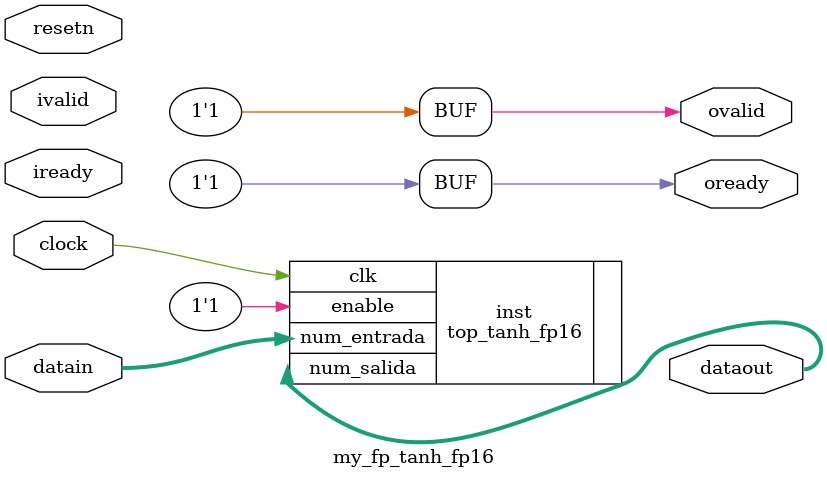
<source format=v>
`timescale 1 ps / 1 ps
module my_fp_tanh_fp16 (

	input   clock,
	input   resetn,
	input   ivalid, 
	input   iready,
	output  ovalid, 
	output  oready,
	input   [15:0]  datain,
	output  [15:0]  dataout);
	
	
  assign ovalid = 1'b1;
  assign oready = 1'b1;
  // ivalid, iready, resetn are ignored
  

	top_tanh_fp16	inst(
				.clk(clock),
				.enable(1'b1),
				.num_entrada(datain),
				.num_salida(dataout));

endmodule

</source>
